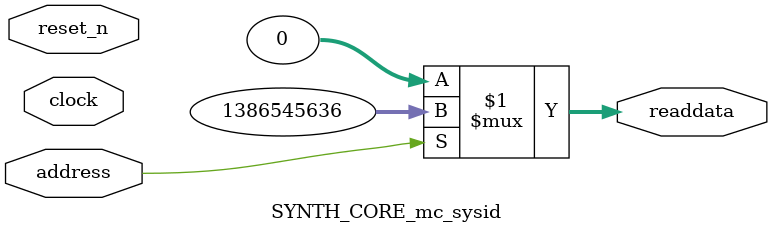
<source format=v>

`timescale 1ns / 1ps
// synthesis translate_on

// turn off superfluous verilog processor warnings 
// altera message_level Level1 
// altera message_off 10034 10035 10036 10037 10230 10240 10030 

module SYNTH_CORE_mc_sysid (
               // inputs:
                address,
                clock,
                reset_n,

               // outputs:
                readdata
             )
;

  output  [ 31: 0] readdata;
  input            address;
  input            clock;
  input            reset_n;

  wire    [ 31: 0] readdata;
  //control_slave, which is an e_avalon_slave
  assign readdata = address ? 1386545636 : 0;

endmodule




</source>
